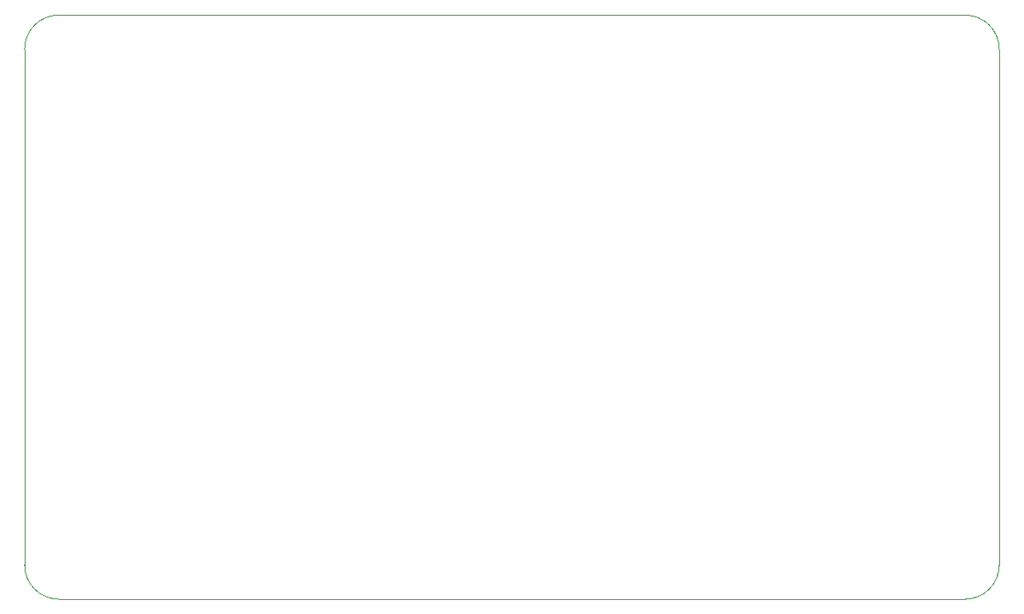
<source format=gbr>
%TF.GenerationSoftware,KiCad,Pcbnew,9.0.0*%
%TF.CreationDate,2025-04-04T17:03:46+04:00*%
%TF.ProjectId,aether,61657468-6572-42e6-9b69-6361645f7063,rev?*%
%TF.SameCoordinates,Original*%
%TF.FileFunction,Profile,NP*%
%FSLAX46Y46*%
G04 Gerber Fmt 4.6, Leading zero omitted, Abs format (unit mm)*
G04 Created by KiCad (PCBNEW 9.0.0) date 2025-04-04 17:03:46*
%MOMM*%
%LPD*%
G01*
G04 APERTURE LIST*
%TA.AperFunction,Profile*%
%ADD10C,0.050000*%
%TD*%
G04 APERTURE END LIST*
D10*
X150000000Y-141500000D02*
G75*
G02*
X146500000Y-145000000I-3500000J0D01*
G01*
X53500000Y-145000000D02*
G75*
G02*
X50000000Y-141500000I0J3500000D01*
G01*
X146500000Y-85000000D02*
G75*
G02*
X150000000Y-88500000I0J-3500000D01*
G01*
X50000000Y-88500000D02*
G75*
G02*
X53500000Y-85000000I3500000J0D01*
G01*
X53500000Y-145000000D02*
X146500000Y-145000000D01*
X50000000Y-88500000D02*
X50000000Y-141500000D01*
X150000000Y-88500000D02*
X150000000Y-141500000D01*
X53500000Y-85000000D02*
X146500000Y-85000000D01*
M02*

</source>
